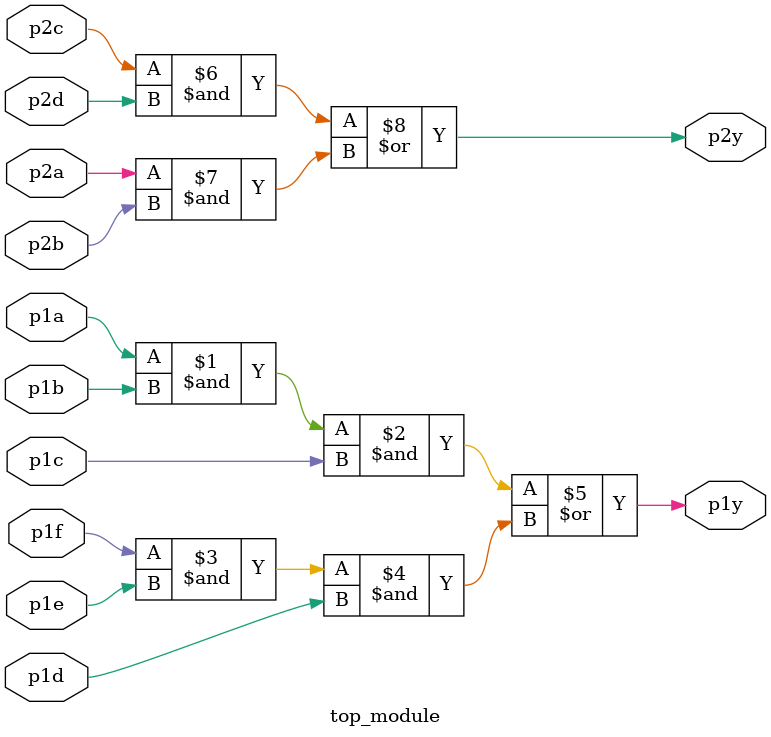
<source format=v>
module top_module ( 
    input p1a, p1b, p1c, p1d, p1e, p1f,
    output p1y,
    input p2a, p2b, p2c, p2d,
    output p2y );
    assign p1y = (p1a& p1b & p1c) | (p1f & p1e & p1d); 
    assign p2y = (p2c & p2d) | (p2a & p2b);  
endmodule

</source>
